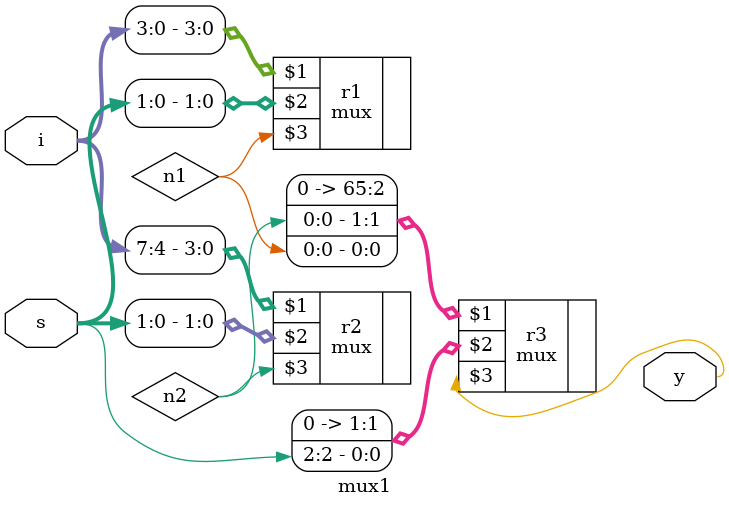
<source format=v>
module mux1(i,s,y);
input [7:0]i;
input [2:0]s;
output y;
//wire n[1:0];
wire n1,n2;
mux r1(i[3:0],s[1:0],n1);
mux r2(i[7:4],s[1:0],n2);
mux r3({0,0,n2,n1},{1'b0,s[2]},y);
endmodule

</source>
